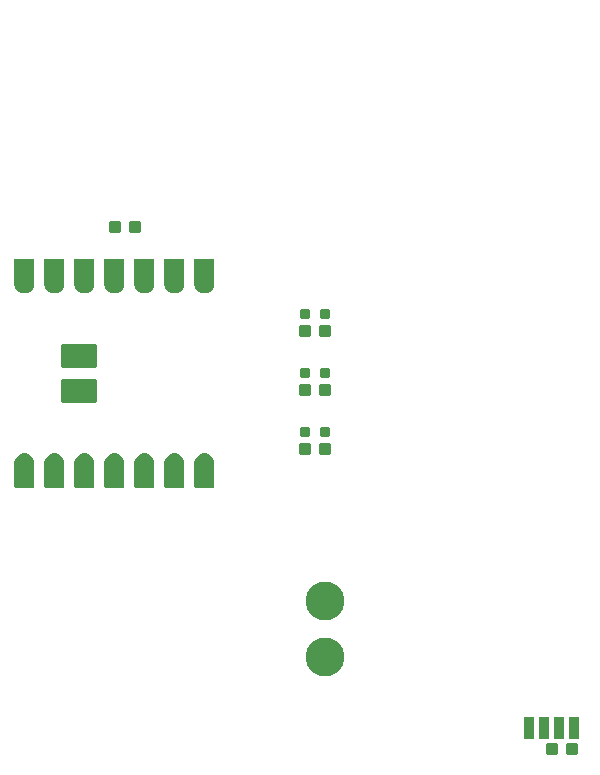
<source format=gbr>
%TF.GenerationSoftware,Altium Limited,Altium Designer,24.10.1 (45)*%
G04 Layer_Color=8388736*
%FSLAX45Y45*%
%MOMM*%
%TF.SameCoordinates,5FB93C32-CF51-4A86-A7AC-1E4FFFE00694*%
%TF.FilePolarity,Negative*%
%TF.FileFunction,Soldermask,Top*%
%TF.Part,Single*%
G01*
G75*
%TA.AperFunction,SMDPad,CuDef*%
G04:AMPARAMS|DCode=32|XSize=3.1mm|YSize=2.1mm|CornerRadius=0.25mm|HoleSize=0mm|Usage=FLASHONLY|Rotation=180.000|XOffset=0mm|YOffset=0mm|HoleType=Round|Shape=RoundedRectangle|*
%AMROUNDEDRECTD32*
21,1,3.10000,1.60000,0,0,180.0*
21,1,2.60000,2.10000,0,0,180.0*
1,1,0.50000,-1.30000,0.80000*
1,1,0.50000,1.30000,0.80000*
1,1,0.50000,1.30000,-0.80000*
1,1,0.50000,-1.30000,-0.80000*
%
%ADD32ROUNDEDRECTD32*%
G04:AMPARAMS|DCode=33|XSize=1.1mm|YSize=1mm|CornerRadius=0.1625mm|HoleSize=0mm|Usage=FLASHONLY|Rotation=90.000|XOffset=0mm|YOffset=0mm|HoleType=Round|Shape=RoundedRectangle|*
%AMROUNDEDRECTD33*
21,1,1.10000,0.67500,0,0,90.0*
21,1,0.77500,1.00000,0,0,90.0*
1,1,0.32500,0.33750,0.38750*
1,1,0.32500,0.33750,-0.38750*
1,1,0.32500,-0.33750,-0.38750*
1,1,0.32500,-0.33750,0.38750*
%
%ADD33ROUNDEDRECTD33*%
G04:AMPARAMS|DCode=34|XSize=0.9mm|YSize=1.9mm|CornerRadius=0.09mm|HoleSize=0mm|Usage=FLASHONLY|Rotation=180.000|XOffset=0mm|YOffset=0mm|HoleType=Round|Shape=RoundedRectangle|*
%AMROUNDEDRECTD34*
21,1,0.90000,1.72000,0,0,180.0*
21,1,0.72000,1.90000,0,0,180.0*
1,1,0.18000,-0.36000,0.86000*
1,1,0.18000,0.36000,0.86000*
1,1,0.18000,0.36000,-0.86000*
1,1,0.18000,-0.36000,-0.86000*
%
%ADD34ROUNDEDRECTD34*%
G04:AMPARAMS|DCode=35|XSize=0.9mm|YSize=0.9mm|CornerRadius=0.15mm|HoleSize=0mm|Usage=FLASHONLY|Rotation=0.000|XOffset=0mm|YOffset=0mm|HoleType=Round|Shape=RoundedRectangle|*
%AMROUNDEDRECTD35*
21,1,0.90000,0.60000,0,0,0.0*
21,1,0.60000,0.90000,0,0,0.0*
1,1,0.30000,0.30000,-0.30000*
1,1,0.30000,-0.30000,-0.30000*
1,1,0.30000,-0.30000,0.30000*
1,1,0.30000,0.30000,0.30000*
%
%ADD35ROUNDEDRECTD35*%
%TA.AperFunction,ConnectorPad*%
G04:AMPARAMS|DCode=36|XSize=1.1mm|YSize=1mm|CornerRadius=0.1625mm|HoleSize=0mm|Usage=FLASHONLY|Rotation=90.000|XOffset=0mm|YOffset=0mm|HoleType=Round|Shape=RoundedRectangle|*
%AMROUNDEDRECTD36*
21,1,1.10000,0.67500,0,0,90.0*
21,1,0.77500,1.00000,0,0,90.0*
1,1,0.32500,0.33750,0.38750*
1,1,0.32500,0.33750,-0.38750*
1,1,0.32500,-0.33750,-0.38750*
1,1,0.32500,-0.33750,0.38750*
%
%ADD36ROUNDEDRECTD36*%
%TA.AperFunction,ComponentPad*%
%ADD37C,3.30000*%
%TA.AperFunction,WasherPad*%
%ADD38C,0.10000*%
%TA.AperFunction,ComponentPad*%
%ADD39C,0.10000*%
G36*
X1742978Y4266928D02*
X1743921Y4266642D01*
X1744789Y4266177D01*
X1745551Y4265553D01*
X1746176Y4264791D01*
X1746640Y4263923D01*
X1746926Y4262980D01*
X1747022Y4262000D01*
Y4062000D01*
Y4056757D01*
X1746990Y4056431D01*
X1746979Y4056101D01*
X1745610Y4045704D01*
X1745536Y4045384D01*
X1745482Y4045059D01*
X1742768Y4034929D01*
X1742651Y4034620D01*
X1742557Y4034307D01*
X1738544Y4024619D01*
X1738388Y4024327D01*
X1738253Y4024029D01*
X1733009Y4014947D01*
X1732817Y4014678D01*
X1732644Y4014401D01*
X1726260Y4006081D01*
X1726037Y4005843D01*
X1725827Y4005587D01*
X1718412Y3998171D01*
X1718155Y3997961D01*
X1717917Y3997738D01*
X1709598Y3991354D01*
X1709318Y3991180D01*
X1709051Y3990989D01*
X1699969Y3985745D01*
X1699668Y3985609D01*
X1699380Y3985455D01*
X1689691Y3981442D01*
X1689377Y3981346D01*
X1689069Y3981230D01*
X1678939Y3978516D01*
X1678615Y3978462D01*
X1678295Y3978388D01*
X1667898Y3977019D01*
X1667568Y3977008D01*
X1667242Y3976976D01*
X1656755D01*
X1656429Y3977008D01*
X1656099Y3977019D01*
X1645702Y3978388D01*
X1645382Y3978462D01*
X1645057Y3978516D01*
X1634927Y3981230D01*
X1634618Y3981347D01*
X1634305Y3981442D01*
X1624617Y3985454D01*
X1624325Y3985610D01*
X1624027Y3985745D01*
X1614945Y3990989D01*
X1614676Y3991181D01*
X1614399Y3991354D01*
X1606079Y3997738D01*
X1605841Y3997961D01*
X1605585Y3998171D01*
X1598169Y4005587D01*
X1597959Y4005843D01*
X1597736Y4006081D01*
X1591352Y4014401D01*
X1591178Y4014680D01*
X1590987Y4014947D01*
X1585743Y4024029D01*
X1585607Y4024330D01*
X1585453Y4024619D01*
X1581440Y4034307D01*
X1581344Y4034622D01*
X1581228Y4034929D01*
X1578514Y4045059D01*
X1578461Y4045383D01*
X1578386Y4045704D01*
X1577017Y4056101D01*
X1577006Y4056431D01*
X1576974Y4056757D01*
Y4062000D01*
Y4262000D01*
X1577071Y4262980D01*
X1577357Y4263923D01*
X1577821Y4264791D01*
X1578445Y4265553D01*
X1579207Y4266177D01*
X1580076Y4266642D01*
X1581018Y4266928D01*
X1581998Y4267024D01*
X1741998D01*
X1742978Y4266928D01*
D02*
G37*
G36*
X1488978D02*
X1489921Y4266642D01*
X1490789Y4266177D01*
X1491551Y4265553D01*
X1492176Y4264791D01*
X1492640Y4263923D01*
X1492926Y4262980D01*
X1493022Y4262000D01*
Y4062000D01*
Y4056757D01*
X1492990Y4056431D01*
X1492979Y4056101D01*
X1491610Y4045704D01*
X1491536Y4045384D01*
X1491482Y4045059D01*
X1488768Y4034929D01*
X1488651Y4034620D01*
X1488557Y4034307D01*
X1484544Y4024619D01*
X1484388Y4024327D01*
X1484253Y4024029D01*
X1479009Y4014947D01*
X1478817Y4014678D01*
X1478644Y4014401D01*
X1472260Y4006081D01*
X1472037Y4005843D01*
X1471827Y4005587D01*
X1464412Y3998171D01*
X1464155Y3997961D01*
X1463917Y3997738D01*
X1455598Y3991354D01*
X1455318Y3991180D01*
X1455051Y3990989D01*
X1445969Y3985745D01*
X1445668Y3985609D01*
X1445380Y3985455D01*
X1435691Y3981442D01*
X1435377Y3981346D01*
X1435069Y3981230D01*
X1424939Y3978516D01*
X1424615Y3978462D01*
X1424295Y3978388D01*
X1413898Y3977019D01*
X1413568Y3977008D01*
X1413242Y3976976D01*
X1402755D01*
X1402429Y3977008D01*
X1402099Y3977019D01*
X1391702Y3978388D01*
X1391382Y3978462D01*
X1391057Y3978516D01*
X1380927Y3981230D01*
X1380618Y3981347D01*
X1380305Y3981442D01*
X1370617Y3985454D01*
X1370325Y3985610D01*
X1370027Y3985745D01*
X1360945Y3990989D01*
X1360676Y3991181D01*
X1360399Y3991354D01*
X1352079Y3997738D01*
X1351841Y3997961D01*
X1351585Y3998171D01*
X1344169Y4005587D01*
X1343959Y4005843D01*
X1343736Y4006081D01*
X1337352Y4014401D01*
X1337178Y4014680D01*
X1336987Y4014947D01*
X1331743Y4024029D01*
X1331607Y4024330D01*
X1331453Y4024619D01*
X1327440Y4034307D01*
X1327344Y4034622D01*
X1327228Y4034929D01*
X1324514Y4045059D01*
X1324461Y4045383D01*
X1324386Y4045704D01*
X1323017Y4056101D01*
X1323006Y4056431D01*
X1322974Y4056757D01*
Y4062000D01*
Y4262000D01*
X1323071Y4262980D01*
X1323357Y4263923D01*
X1323821Y4264791D01*
X1324445Y4265553D01*
X1325207Y4266177D01*
X1326076Y4266642D01*
X1327018Y4266928D01*
X1327998Y4267024D01*
X1487998D01*
X1488978Y4266928D01*
D02*
G37*
G36*
X1234978D02*
X1235921Y4266642D01*
X1236789Y4266177D01*
X1237551Y4265553D01*
X1238176Y4264791D01*
X1238640Y4263923D01*
X1238926Y4262980D01*
X1239022Y4262000D01*
Y4062000D01*
Y4056757D01*
X1238990Y4056431D01*
X1238979Y4056101D01*
X1237610Y4045704D01*
X1237536Y4045384D01*
X1237482Y4045059D01*
X1234768Y4034929D01*
X1234651Y4034620D01*
X1234557Y4034307D01*
X1230544Y4024619D01*
X1230388Y4024327D01*
X1230253Y4024029D01*
X1225009Y4014947D01*
X1224817Y4014678D01*
X1224644Y4014401D01*
X1218260Y4006081D01*
X1218037Y4005843D01*
X1217827Y4005587D01*
X1210412Y3998171D01*
X1210155Y3997961D01*
X1209917Y3997738D01*
X1201598Y3991354D01*
X1201318Y3991180D01*
X1201051Y3990989D01*
X1191969Y3985745D01*
X1191668Y3985609D01*
X1191380Y3985455D01*
X1181691Y3981442D01*
X1181377Y3981346D01*
X1181069Y3981230D01*
X1170939Y3978516D01*
X1170615Y3978462D01*
X1170295Y3978388D01*
X1159898Y3977019D01*
X1159568Y3977008D01*
X1159242Y3976976D01*
X1148755D01*
X1148429Y3977008D01*
X1148099Y3977019D01*
X1137702Y3978388D01*
X1137382Y3978462D01*
X1137057Y3978516D01*
X1126927Y3981230D01*
X1126618Y3981347D01*
X1126305Y3981442D01*
X1116617Y3985454D01*
X1116325Y3985610D01*
X1116027Y3985745D01*
X1106945Y3990989D01*
X1106676Y3991181D01*
X1106399Y3991354D01*
X1098079Y3997738D01*
X1097841Y3997961D01*
X1097585Y3998171D01*
X1090169Y4005587D01*
X1089959Y4005843D01*
X1089736Y4006081D01*
X1083352Y4014401D01*
X1083178Y4014680D01*
X1082987Y4014947D01*
X1077743Y4024029D01*
X1077607Y4024330D01*
X1077453Y4024619D01*
X1073440Y4034307D01*
X1073344Y4034622D01*
X1073228Y4034929D01*
X1070514Y4045059D01*
X1070461Y4045383D01*
X1070386Y4045704D01*
X1069017Y4056101D01*
X1069006Y4056431D01*
X1068974Y4056757D01*
Y4062000D01*
Y4262000D01*
X1069071Y4262980D01*
X1069357Y4263923D01*
X1069821Y4264791D01*
X1070445Y4265553D01*
X1071207Y4266177D01*
X1072076Y4266642D01*
X1073018Y4266928D01*
X1073998Y4267024D01*
X1233998D01*
X1234978Y4266928D01*
D02*
G37*
G36*
X980978D02*
X981921Y4266642D01*
X982789Y4266177D01*
X983551Y4265553D01*
X984176Y4264791D01*
X984640Y4263923D01*
X984926Y4262980D01*
X985022Y4262000D01*
Y4062000D01*
Y4056757D01*
X984990Y4056431D01*
X984979Y4056101D01*
X983610Y4045704D01*
X983536Y4045384D01*
X983482Y4045059D01*
X980768Y4034929D01*
X980651Y4034620D01*
X980557Y4034307D01*
X976544Y4024619D01*
X976388Y4024327D01*
X976253Y4024029D01*
X971009Y4014947D01*
X970817Y4014678D01*
X970644Y4014401D01*
X964260Y4006081D01*
X964037Y4005843D01*
X963827Y4005587D01*
X956412Y3998171D01*
X956155Y3997961D01*
X955917Y3997738D01*
X947598Y3991354D01*
X947318Y3991180D01*
X947051Y3990989D01*
X937969Y3985745D01*
X937668Y3985609D01*
X937380Y3985455D01*
X927691Y3981442D01*
X927377Y3981346D01*
X927069Y3981230D01*
X916939Y3978516D01*
X916615Y3978462D01*
X916295Y3978388D01*
X905898Y3977019D01*
X905568Y3977008D01*
X905242Y3976976D01*
X894755D01*
X894429Y3977008D01*
X894099Y3977019D01*
X883702Y3978388D01*
X883382Y3978462D01*
X883057Y3978516D01*
X872927Y3981230D01*
X872618Y3981347D01*
X872305Y3981442D01*
X862617Y3985454D01*
X862325Y3985610D01*
X862027Y3985745D01*
X852945Y3990989D01*
X852676Y3991181D01*
X852399Y3991354D01*
X844079Y3997738D01*
X843841Y3997961D01*
X843585Y3998171D01*
X836169Y4005587D01*
X835959Y4005843D01*
X835736Y4006081D01*
X829352Y4014401D01*
X829178Y4014680D01*
X828987Y4014947D01*
X823743Y4024029D01*
X823607Y4024330D01*
X823453Y4024619D01*
X819440Y4034307D01*
X819344Y4034622D01*
X819228Y4034929D01*
X816514Y4045059D01*
X816461Y4045383D01*
X816386Y4045704D01*
X815017Y4056101D01*
X815006Y4056431D01*
X814974Y4056757D01*
Y4062000D01*
Y4262000D01*
X815071Y4262980D01*
X815357Y4263923D01*
X815821Y4264791D01*
X816445Y4265553D01*
X817207Y4266177D01*
X818076Y4266642D01*
X819018Y4266928D01*
X819998Y4267024D01*
X979998D01*
X980978Y4266928D01*
D02*
G37*
G36*
X726978D02*
X727921Y4266642D01*
X728789Y4266177D01*
X729551Y4265553D01*
X730176Y4264791D01*
X730640Y4263923D01*
X730926Y4262980D01*
X731022Y4262000D01*
Y4062000D01*
Y4056757D01*
X730990Y4056431D01*
X730979Y4056101D01*
X729610Y4045704D01*
X729536Y4045384D01*
X729482Y4045059D01*
X726768Y4034929D01*
X726651Y4034620D01*
X726557Y4034307D01*
X722544Y4024619D01*
X722388Y4024327D01*
X722253Y4024029D01*
X717009Y4014947D01*
X716817Y4014678D01*
X716644Y4014401D01*
X710260Y4006081D01*
X710037Y4005843D01*
X709827Y4005587D01*
X702412Y3998171D01*
X702155Y3997961D01*
X701917Y3997738D01*
X693598Y3991354D01*
X693318Y3991180D01*
X693051Y3990989D01*
X683969Y3985745D01*
X683668Y3985609D01*
X683380Y3985455D01*
X673691Y3981442D01*
X673377Y3981346D01*
X673069Y3981230D01*
X662939Y3978516D01*
X662615Y3978462D01*
X662295Y3978388D01*
X651898Y3977019D01*
X651568Y3977008D01*
X651242Y3976976D01*
X640755D01*
X640429Y3977008D01*
X640099Y3977019D01*
X629702Y3978388D01*
X629382Y3978462D01*
X629057Y3978516D01*
X618927Y3981230D01*
X618618Y3981347D01*
X618305Y3981442D01*
X608617Y3985454D01*
X608325Y3985610D01*
X608027Y3985745D01*
X598945Y3990989D01*
X598676Y3991181D01*
X598399Y3991354D01*
X590079Y3997738D01*
X589841Y3997961D01*
X589585Y3998171D01*
X582169Y4005587D01*
X581959Y4005843D01*
X581736Y4006081D01*
X575352Y4014401D01*
X575178Y4014680D01*
X574987Y4014947D01*
X569743Y4024029D01*
X569607Y4024330D01*
X569453Y4024619D01*
X565440Y4034307D01*
X565344Y4034622D01*
X565228Y4034929D01*
X562514Y4045059D01*
X562461Y4045383D01*
X562386Y4045704D01*
X561017Y4056101D01*
X561006Y4056431D01*
X560974Y4056757D01*
Y4062000D01*
Y4262000D01*
X561071Y4262980D01*
X561357Y4263923D01*
X561821Y4264791D01*
X562445Y4265553D01*
X563207Y4266177D01*
X564076Y4266642D01*
X565018Y4266928D01*
X565998Y4267024D01*
X725998D01*
X726978Y4266928D01*
D02*
G37*
G36*
X472978D02*
X473921Y4266642D01*
X474789Y4266177D01*
X475551Y4265553D01*
X476176Y4264791D01*
X476640Y4263923D01*
X476926Y4262980D01*
X477022Y4262000D01*
Y4062000D01*
Y4056757D01*
X476990Y4056431D01*
X476979Y4056101D01*
X475610Y4045704D01*
X475536Y4045384D01*
X475482Y4045059D01*
X472768Y4034929D01*
X472651Y4034620D01*
X472557Y4034307D01*
X468544Y4024619D01*
X468388Y4024327D01*
X468253Y4024029D01*
X463009Y4014947D01*
X462817Y4014678D01*
X462644Y4014401D01*
X456260Y4006081D01*
X456037Y4005843D01*
X455827Y4005587D01*
X448412Y3998171D01*
X448155Y3997961D01*
X447917Y3997738D01*
X439598Y3991354D01*
X439318Y3991180D01*
X439051Y3990989D01*
X429969Y3985745D01*
X429668Y3985609D01*
X429380Y3985455D01*
X419691Y3981442D01*
X419377Y3981346D01*
X419069Y3981230D01*
X408939Y3978516D01*
X408615Y3978462D01*
X408295Y3978388D01*
X397898Y3977019D01*
X397568Y3977008D01*
X397242Y3976976D01*
X386755D01*
X386429Y3977008D01*
X386099Y3977019D01*
X375702Y3978388D01*
X375382Y3978462D01*
X375057Y3978516D01*
X364927Y3981230D01*
X364618Y3981347D01*
X364305Y3981442D01*
X354617Y3985454D01*
X354325Y3985610D01*
X354027Y3985745D01*
X344945Y3990989D01*
X344676Y3991181D01*
X344399Y3991354D01*
X336079Y3997738D01*
X335841Y3997961D01*
X335585Y3998171D01*
X328169Y4005587D01*
X327959Y4005843D01*
X327736Y4006081D01*
X321352Y4014401D01*
X321178Y4014680D01*
X320987Y4014947D01*
X315743Y4024029D01*
X315607Y4024330D01*
X315453Y4024619D01*
X311440Y4034307D01*
X311344Y4034622D01*
X311228Y4034929D01*
X308514Y4045059D01*
X308461Y4045383D01*
X308386Y4045704D01*
X307017Y4056101D01*
X307006Y4056431D01*
X306974Y4056757D01*
Y4062000D01*
Y4262000D01*
X307071Y4262980D01*
X307357Y4263923D01*
X307821Y4264791D01*
X308445Y4265553D01*
X309207Y4266177D01*
X310076Y4266642D01*
X311018Y4266928D01*
X311998Y4267024D01*
X471998D01*
X472978Y4266928D01*
D02*
G37*
G36*
X218978D02*
X219921Y4266642D01*
X220790Y4266177D01*
X221551Y4265553D01*
X222176Y4264791D01*
X222640Y4263923D01*
X222926Y4262980D01*
X223022Y4262000D01*
Y4062000D01*
Y4056757D01*
X222990Y4056431D01*
X222979Y4056101D01*
X221610Y4045704D01*
X221536Y4045384D01*
X221482Y4045059D01*
X218768Y4034929D01*
X218651Y4034620D01*
X218557Y4034307D01*
X214544Y4024619D01*
X214388Y4024327D01*
X214253Y4024029D01*
X209009Y4014947D01*
X208817Y4014678D01*
X208644Y4014401D01*
X202260Y4006081D01*
X202037Y4005843D01*
X201827Y4005587D01*
X194412Y3998171D01*
X194155Y3997961D01*
X193917Y3997738D01*
X185598Y3991354D01*
X185318Y3991180D01*
X185051Y3990989D01*
X175969Y3985745D01*
X175668Y3985609D01*
X175380Y3985455D01*
X165691Y3981442D01*
X165377Y3981346D01*
X165069Y3981230D01*
X154939Y3978516D01*
X154615Y3978462D01*
X154295Y3978388D01*
X143898Y3977019D01*
X143568Y3977008D01*
X143242Y3976976D01*
X132755D01*
X132429Y3977008D01*
X132099Y3977019D01*
X121702Y3978388D01*
X121382Y3978462D01*
X121057Y3978516D01*
X110927Y3981230D01*
X110618Y3981347D01*
X110305Y3981442D01*
X100617Y3985454D01*
X100325Y3985610D01*
X100027Y3985745D01*
X90945Y3990989D01*
X90676Y3991181D01*
X90399Y3991354D01*
X82079Y3997738D01*
X81841Y3997961D01*
X81585Y3998171D01*
X74169Y4005587D01*
X73959Y4005843D01*
X73736Y4006081D01*
X67352Y4014401D01*
X67178Y4014680D01*
X66987Y4014947D01*
X61743Y4024029D01*
X61607Y4024330D01*
X61453Y4024619D01*
X57440Y4034307D01*
X57344Y4034622D01*
X57228Y4034929D01*
X54514Y4045059D01*
X54461Y4045383D01*
X54386Y4045704D01*
X53017Y4056101D01*
X53006Y4056431D01*
X52974Y4056757D01*
Y4062000D01*
Y4262000D01*
X53071Y4262980D01*
X53357Y4263923D01*
X53821Y4264791D01*
X54445Y4265553D01*
X55207Y4266177D01*
X56076Y4266642D01*
X57018Y4266928D01*
X57998Y4267024D01*
X217998D01*
X218978Y4266928D01*
D02*
G37*
G36*
X1667568Y2622992D02*
X1667897Y2622981D01*
X1678295Y2621612D01*
X1678615Y2621538D01*
X1678939Y2621484D01*
X1689069Y2618770D01*
X1689378Y2618653D01*
X1689691Y2618558D01*
X1699380Y2614546D01*
X1699671Y2614390D01*
X1699969Y2614255D01*
X1709051Y2609011D01*
X1709320Y2608819D01*
X1709598Y2608646D01*
X1717917Y2602262D01*
X1718155Y2602039D01*
X1718412Y2601829D01*
X1725827Y2594413D01*
X1726037Y2594157D01*
X1726260Y2593919D01*
X1732644Y2585599D01*
X1732818Y2585320D01*
X1733009Y2585053D01*
X1738253Y2575971D01*
X1738389Y2575670D01*
X1738544Y2575381D01*
X1742557Y2565693D01*
X1742652Y2565378D01*
X1742768Y2565071D01*
X1745482Y2554941D01*
X1745536Y2554617D01*
X1745610Y2554296D01*
X1746979Y2543899D01*
X1746990Y2543569D01*
X1747022Y2543243D01*
Y2538000D01*
Y2338000D01*
X1746926Y2337020D01*
X1746640Y2336077D01*
X1746176Y2335209D01*
X1745551Y2334447D01*
X1744789Y2333823D01*
X1743921Y2333358D01*
X1742978Y2333072D01*
X1741998Y2332976D01*
X1581998D01*
X1581018Y2333072D01*
X1580076Y2333358D01*
X1579207Y2333823D01*
X1578445Y2334447D01*
X1577821Y2335209D01*
X1577357Y2336077D01*
X1577071Y2337020D01*
X1576974Y2338000D01*
Y2538000D01*
Y2543243D01*
X1577006Y2543569D01*
X1577017Y2543899D01*
X1578386Y2554296D01*
X1578461Y2554616D01*
X1578514Y2554941D01*
X1581228Y2565071D01*
X1581345Y2565380D01*
X1581440Y2565693D01*
X1585453Y2575381D01*
X1585608Y2575673D01*
X1585743Y2575971D01*
X1590987Y2585053D01*
X1591179Y2585322D01*
X1591352Y2585599D01*
X1597736Y2593919D01*
X1597959Y2594157D01*
X1598169Y2594413D01*
X1605585Y2601829D01*
X1605841Y2602039D01*
X1606079Y2602262D01*
X1614399Y2608646D01*
X1614678Y2608820D01*
X1614945Y2609011D01*
X1624027Y2614255D01*
X1624328Y2614391D01*
X1624617Y2614545D01*
X1634305Y2618558D01*
X1634620Y2618654D01*
X1634928Y2618770D01*
X1645057Y2621484D01*
X1645381Y2621538D01*
X1645702Y2621612D01*
X1656099Y2622981D01*
X1656429Y2622992D01*
X1656755Y2623024D01*
X1667242D01*
X1667568Y2622992D01*
D02*
G37*
G36*
X1413568D02*
X1413897Y2622981D01*
X1424295Y2621612D01*
X1424615Y2621538D01*
X1424939Y2621484D01*
X1435069Y2618770D01*
X1435378Y2618653D01*
X1435691Y2618558D01*
X1445380Y2614546D01*
X1445671Y2614390D01*
X1445969Y2614255D01*
X1455051Y2609011D01*
X1455320Y2608819D01*
X1455598Y2608646D01*
X1463917Y2602262D01*
X1464155Y2602039D01*
X1464412Y2601829D01*
X1471827Y2594413D01*
X1472037Y2594157D01*
X1472260Y2593919D01*
X1478644Y2585599D01*
X1478818Y2585320D01*
X1479009Y2585053D01*
X1484253Y2575971D01*
X1484389Y2575670D01*
X1484544Y2575381D01*
X1488557Y2565693D01*
X1488652Y2565378D01*
X1488768Y2565071D01*
X1491482Y2554941D01*
X1491536Y2554617D01*
X1491610Y2554296D01*
X1492979Y2543899D01*
X1492990Y2543569D01*
X1493022Y2543243D01*
Y2538000D01*
Y2338000D01*
X1492926Y2337020D01*
X1492640Y2336077D01*
X1492176Y2335209D01*
X1491551Y2334447D01*
X1490789Y2333823D01*
X1489921Y2333358D01*
X1488978Y2333072D01*
X1487998Y2332976D01*
X1327998D01*
X1327018Y2333072D01*
X1326076Y2333358D01*
X1325207Y2333823D01*
X1324445Y2334447D01*
X1323821Y2335209D01*
X1323357Y2336077D01*
X1323071Y2337020D01*
X1322974Y2338000D01*
Y2538000D01*
Y2543243D01*
X1323006Y2543569D01*
X1323017Y2543899D01*
X1324386Y2554296D01*
X1324461Y2554616D01*
X1324514Y2554941D01*
X1327228Y2565071D01*
X1327345Y2565380D01*
X1327440Y2565693D01*
X1331453Y2575381D01*
X1331608Y2575673D01*
X1331743Y2575971D01*
X1336987Y2585053D01*
X1337179Y2585322D01*
X1337352Y2585599D01*
X1343736Y2593919D01*
X1343959Y2594157D01*
X1344169Y2594413D01*
X1351585Y2601829D01*
X1351841Y2602039D01*
X1352079Y2602262D01*
X1360399Y2608646D01*
X1360678Y2608820D01*
X1360945Y2609011D01*
X1370027Y2614255D01*
X1370328Y2614391D01*
X1370617Y2614545D01*
X1380305Y2618558D01*
X1380620Y2618654D01*
X1380928Y2618770D01*
X1391057Y2621484D01*
X1391381Y2621538D01*
X1391702Y2621612D01*
X1402099Y2622981D01*
X1402429Y2622992D01*
X1402755Y2623024D01*
X1413242D01*
X1413568Y2622992D01*
D02*
G37*
G36*
X1159568D02*
X1159897Y2622981D01*
X1170295Y2621612D01*
X1170615Y2621538D01*
X1170939Y2621484D01*
X1181069Y2618770D01*
X1181378Y2618653D01*
X1181691Y2618558D01*
X1191380Y2614546D01*
X1191671Y2614390D01*
X1191969Y2614255D01*
X1201051Y2609011D01*
X1201320Y2608819D01*
X1201598Y2608646D01*
X1209917Y2602262D01*
X1210155Y2602039D01*
X1210412Y2601829D01*
X1217827Y2594413D01*
X1218037Y2594157D01*
X1218260Y2593919D01*
X1224644Y2585599D01*
X1224818Y2585320D01*
X1225009Y2585053D01*
X1230253Y2575971D01*
X1230389Y2575670D01*
X1230544Y2575381D01*
X1234557Y2565693D01*
X1234652Y2565378D01*
X1234768Y2565071D01*
X1237482Y2554941D01*
X1237536Y2554617D01*
X1237610Y2554296D01*
X1238979Y2543899D01*
X1238990Y2543569D01*
X1239022Y2543243D01*
Y2538000D01*
Y2338000D01*
X1238926Y2337020D01*
X1238640Y2336077D01*
X1238176Y2335209D01*
X1237551Y2334447D01*
X1236789Y2333823D01*
X1235921Y2333358D01*
X1234978Y2333072D01*
X1233998Y2332976D01*
X1073998D01*
X1073018Y2333072D01*
X1072076Y2333358D01*
X1071207Y2333823D01*
X1070445Y2334447D01*
X1069821Y2335209D01*
X1069357Y2336077D01*
X1069071Y2337020D01*
X1068974Y2338000D01*
Y2538000D01*
Y2543243D01*
X1069006Y2543569D01*
X1069017Y2543899D01*
X1070386Y2554296D01*
X1070461Y2554616D01*
X1070514Y2554941D01*
X1073228Y2565071D01*
X1073345Y2565380D01*
X1073440Y2565693D01*
X1077453Y2575381D01*
X1077608Y2575673D01*
X1077743Y2575971D01*
X1082987Y2585053D01*
X1083179Y2585322D01*
X1083352Y2585599D01*
X1089736Y2593919D01*
X1089959Y2594157D01*
X1090169Y2594413D01*
X1097585Y2601829D01*
X1097841Y2602039D01*
X1098079Y2602262D01*
X1106399Y2608646D01*
X1106678Y2608820D01*
X1106945Y2609011D01*
X1116027Y2614255D01*
X1116328Y2614391D01*
X1116617Y2614545D01*
X1126305Y2618558D01*
X1126620Y2618654D01*
X1126928Y2618770D01*
X1137057Y2621484D01*
X1137381Y2621538D01*
X1137702Y2621612D01*
X1148099Y2622981D01*
X1148429Y2622992D01*
X1148755Y2623024D01*
X1159242D01*
X1159568Y2622992D01*
D02*
G37*
G36*
X905568D02*
X905897Y2622981D01*
X916295Y2621612D01*
X916615Y2621538D01*
X916939Y2621484D01*
X927069Y2618770D01*
X927378Y2618653D01*
X927691Y2618558D01*
X937380Y2614546D01*
X937671Y2614390D01*
X937969Y2614255D01*
X947051Y2609011D01*
X947320Y2608819D01*
X947598Y2608646D01*
X955917Y2602262D01*
X956155Y2602039D01*
X956412Y2601829D01*
X963827Y2594413D01*
X964037Y2594157D01*
X964260Y2593919D01*
X970644Y2585599D01*
X970818Y2585320D01*
X971009Y2585053D01*
X976253Y2575971D01*
X976389Y2575670D01*
X976544Y2575381D01*
X980557Y2565693D01*
X980652Y2565378D01*
X980768Y2565071D01*
X983482Y2554941D01*
X983536Y2554617D01*
X983610Y2554296D01*
X984979Y2543899D01*
X984990Y2543569D01*
X985022Y2543243D01*
Y2538000D01*
Y2338000D01*
X984926Y2337020D01*
X984640Y2336077D01*
X984176Y2335209D01*
X983551Y2334447D01*
X982789Y2333823D01*
X981921Y2333358D01*
X980978Y2333072D01*
X979998Y2332976D01*
X819998D01*
X819018Y2333072D01*
X818076Y2333358D01*
X817207Y2333823D01*
X816445Y2334447D01*
X815821Y2335209D01*
X815357Y2336077D01*
X815071Y2337020D01*
X814974Y2338000D01*
Y2538000D01*
Y2543243D01*
X815006Y2543569D01*
X815017Y2543899D01*
X816386Y2554296D01*
X816461Y2554616D01*
X816514Y2554941D01*
X819228Y2565071D01*
X819345Y2565380D01*
X819440Y2565693D01*
X823453Y2575381D01*
X823608Y2575673D01*
X823743Y2575971D01*
X828987Y2585053D01*
X829179Y2585322D01*
X829352Y2585599D01*
X835736Y2593919D01*
X835959Y2594157D01*
X836169Y2594413D01*
X843585Y2601829D01*
X843841Y2602039D01*
X844079Y2602262D01*
X852399Y2608646D01*
X852678Y2608820D01*
X852945Y2609011D01*
X862027Y2614255D01*
X862328Y2614391D01*
X862617Y2614545D01*
X872305Y2618558D01*
X872620Y2618654D01*
X872928Y2618770D01*
X883057Y2621484D01*
X883381Y2621538D01*
X883702Y2621612D01*
X894099Y2622981D01*
X894429Y2622992D01*
X894755Y2623024D01*
X905242D01*
X905568Y2622992D01*
D02*
G37*
G36*
X651568D02*
X651897Y2622981D01*
X662295Y2621612D01*
X662615Y2621538D01*
X662939Y2621484D01*
X673069Y2618770D01*
X673378Y2618653D01*
X673691Y2618558D01*
X683380Y2614546D01*
X683671Y2614390D01*
X683969Y2614255D01*
X693051Y2609011D01*
X693320Y2608819D01*
X693598Y2608646D01*
X701917Y2602262D01*
X702155Y2602039D01*
X702412Y2601829D01*
X709827Y2594413D01*
X710037Y2594157D01*
X710260Y2593919D01*
X716644Y2585599D01*
X716818Y2585320D01*
X717009Y2585053D01*
X722253Y2575971D01*
X722389Y2575670D01*
X722544Y2575381D01*
X726557Y2565693D01*
X726652Y2565378D01*
X726768Y2565071D01*
X729482Y2554941D01*
X729536Y2554617D01*
X729610Y2554296D01*
X730979Y2543899D01*
X730990Y2543569D01*
X731022Y2543243D01*
Y2538000D01*
Y2338000D01*
X730926Y2337020D01*
X730640Y2336077D01*
X730176Y2335209D01*
X729551Y2334447D01*
X728789Y2333823D01*
X727921Y2333358D01*
X726978Y2333072D01*
X725998Y2332976D01*
X565998D01*
X565018Y2333072D01*
X564076Y2333358D01*
X563207Y2333823D01*
X562445Y2334447D01*
X561821Y2335209D01*
X561357Y2336077D01*
X561071Y2337020D01*
X560974Y2338000D01*
Y2538000D01*
Y2543243D01*
X561006Y2543569D01*
X561017Y2543899D01*
X562386Y2554296D01*
X562461Y2554616D01*
X562514Y2554941D01*
X565228Y2565071D01*
X565345Y2565380D01*
X565440Y2565693D01*
X569453Y2575381D01*
X569608Y2575673D01*
X569743Y2575971D01*
X574987Y2585053D01*
X575179Y2585322D01*
X575352Y2585599D01*
X581736Y2593919D01*
X581959Y2594157D01*
X582169Y2594413D01*
X589585Y2601829D01*
X589841Y2602039D01*
X590079Y2602262D01*
X598399Y2608646D01*
X598678Y2608820D01*
X598945Y2609011D01*
X608027Y2614255D01*
X608328Y2614391D01*
X608617Y2614545D01*
X618305Y2618558D01*
X618620Y2618654D01*
X618928Y2618770D01*
X629057Y2621484D01*
X629381Y2621538D01*
X629702Y2621612D01*
X640099Y2622981D01*
X640429Y2622992D01*
X640755Y2623024D01*
X651242D01*
X651568Y2622992D01*
D02*
G37*
G36*
X397568D02*
X397897Y2622981D01*
X408295Y2621612D01*
X408615Y2621538D01*
X408939Y2621484D01*
X419069Y2618770D01*
X419378Y2618653D01*
X419691Y2618558D01*
X429380Y2614546D01*
X429671Y2614390D01*
X429969Y2614255D01*
X439051Y2609011D01*
X439320Y2608819D01*
X439598Y2608646D01*
X447917Y2602262D01*
X448155Y2602039D01*
X448412Y2601829D01*
X455827Y2594413D01*
X456037Y2594157D01*
X456260Y2593919D01*
X462644Y2585599D01*
X462818Y2585320D01*
X463009Y2585053D01*
X468253Y2575971D01*
X468389Y2575670D01*
X468544Y2575381D01*
X472557Y2565693D01*
X472652Y2565378D01*
X472768Y2565071D01*
X475482Y2554941D01*
X475536Y2554617D01*
X475610Y2554296D01*
X476979Y2543899D01*
X476990Y2543569D01*
X477022Y2543243D01*
Y2538000D01*
Y2338000D01*
X476926Y2337020D01*
X476640Y2336077D01*
X476176Y2335209D01*
X475551Y2334447D01*
X474789Y2333823D01*
X473921Y2333358D01*
X472978Y2333072D01*
X471998Y2332976D01*
X311998D01*
X311018Y2333072D01*
X310076Y2333358D01*
X309207Y2333823D01*
X308445Y2334447D01*
X307821Y2335209D01*
X307357Y2336077D01*
X307071Y2337020D01*
X306974Y2338000D01*
Y2538000D01*
Y2543243D01*
X307006Y2543569D01*
X307017Y2543899D01*
X308386Y2554296D01*
X308461Y2554616D01*
X308514Y2554941D01*
X311228Y2565071D01*
X311345Y2565380D01*
X311440Y2565693D01*
X315453Y2575381D01*
X315608Y2575673D01*
X315743Y2575971D01*
X320987Y2585053D01*
X321179Y2585322D01*
X321352Y2585599D01*
X327736Y2593919D01*
X327959Y2594157D01*
X328169Y2594413D01*
X335585Y2601829D01*
X335841Y2602039D01*
X336079Y2602262D01*
X344399Y2608646D01*
X344678Y2608820D01*
X344945Y2609011D01*
X354027Y2614255D01*
X354328Y2614391D01*
X354617Y2614545D01*
X364305Y2618558D01*
X364620Y2618654D01*
X364928Y2618770D01*
X375057Y2621484D01*
X375381Y2621538D01*
X375702Y2621612D01*
X386099Y2622981D01*
X386429Y2622992D01*
X386755Y2623024D01*
X397242D01*
X397568Y2622992D01*
D02*
G37*
G36*
X143568D02*
X143897Y2622981D01*
X154295Y2621612D01*
X154615Y2621538D01*
X154939Y2621484D01*
X165069Y2618770D01*
X165378Y2618653D01*
X165691Y2618558D01*
X175380Y2614546D01*
X175671Y2614390D01*
X175969Y2614255D01*
X185051Y2609011D01*
X185320Y2608819D01*
X185598Y2608646D01*
X193917Y2602262D01*
X194155Y2602039D01*
X194412Y2601829D01*
X201827Y2594413D01*
X202037Y2594157D01*
X202260Y2593919D01*
X208644Y2585599D01*
X208818Y2585320D01*
X209009Y2585053D01*
X214253Y2575971D01*
X214389Y2575670D01*
X214544Y2575381D01*
X218557Y2565693D01*
X218652Y2565378D01*
X218768Y2565071D01*
X221482Y2554941D01*
X221536Y2554617D01*
X221610Y2554296D01*
X222979Y2543899D01*
X222990Y2543569D01*
X223022Y2543243D01*
Y2538000D01*
Y2338000D01*
X222926Y2337020D01*
X222640Y2336077D01*
X222176Y2335209D01*
X221551Y2334447D01*
X220790Y2333823D01*
X219921Y2333358D01*
X218978Y2333072D01*
X217998Y2332976D01*
X57998D01*
X57018Y2333072D01*
X56076Y2333358D01*
X55207Y2333823D01*
X54445Y2334447D01*
X53821Y2335209D01*
X53357Y2336077D01*
X53071Y2337020D01*
X52974Y2338000D01*
Y2538000D01*
Y2543243D01*
X53006Y2543569D01*
X53017Y2543899D01*
X54386Y2554296D01*
X54461Y2554616D01*
X54514Y2554941D01*
X57228Y2565071D01*
X57345Y2565380D01*
X57440Y2565693D01*
X61453Y2575381D01*
X61608Y2575673D01*
X61743Y2575971D01*
X66987Y2585053D01*
X67179Y2585322D01*
X67352Y2585599D01*
X73736Y2593919D01*
X73959Y2594157D01*
X74169Y2594413D01*
X81585Y2601829D01*
X81841Y2602039D01*
X82079Y2602262D01*
X90399Y2608646D01*
X90678Y2608820D01*
X90945Y2609011D01*
X100027Y2614255D01*
X100328Y2614391D01*
X100617Y2614545D01*
X110305Y2618558D01*
X110620Y2618654D01*
X110928Y2618770D01*
X121057Y2621484D01*
X121381Y2621538D01*
X121702Y2621612D01*
X132099Y2622981D01*
X132429Y2622992D01*
X132755Y2623024D01*
X143242D01*
X143568Y2622992D01*
D02*
G37*
D32*
X599998Y3150000D02*
D03*
Y3450000D02*
D03*
D33*
X905000Y4540000D02*
D03*
X1075000D02*
D03*
X2514999Y3659999D02*
D03*
X2684998D02*
D03*
Y2660001D02*
D03*
X2514999D02*
D03*
X2684998Y3160002D02*
D03*
X2514999D02*
D03*
D34*
X4536500Y299999D02*
D03*
X4409500D02*
D03*
X4790500D02*
D03*
X4663500D02*
D03*
D35*
X2514998Y3799999D02*
D03*
X2684998D02*
D03*
Y3300002D02*
D03*
X2514998D02*
D03*
X2684998Y2800001D02*
D03*
X2514998D02*
D03*
D36*
X4605000Y120000D02*
D03*
X4775000D02*
D03*
D37*
X2680000Y1370000D02*
D03*
Y900000D02*
D03*
D38*
X1900000Y300000D02*
D03*
Y6300000D02*
D03*
D39*
Y4824000D02*
D03*
Y1312000D02*
D03*
X300000Y1776000D02*
D03*
%TF.MD5,55bd5a4ccabe218389e72f84c91ecbe5*%
M02*

</source>
